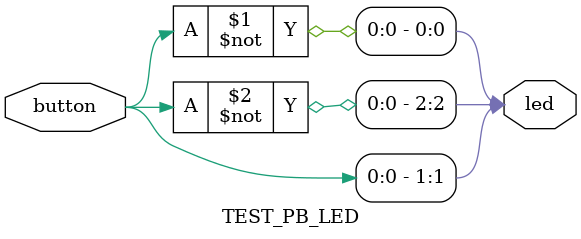
<source format=v>
module TEST_PB_LED ( 
    input wire button,
    output wire[2:0] led
);

assign led[0] = ~button;
assign led[1] = button;
assign led[2] = ~button;
  
endmodule
</source>
